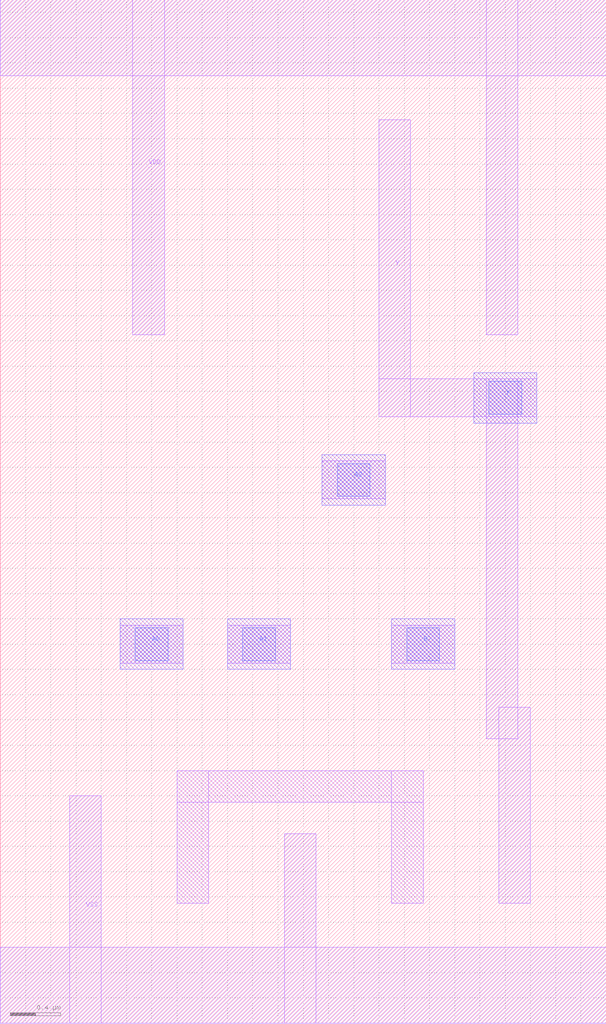
<source format=lef>
# Copyright 2022 Google LLC
# Licensed under the Apache License, Version 2.0 (the "License");
# you may not use this file except in compliance with the License.
# You may obtain a copy of the License at
#
#      http://www.apache.org/licenses/LICENSE-2.0
#
# Unless required by applicable law or agreed to in writing, software
# distributed under the License is distributed on an "AS IS" BASIS,
# WITHOUT WARRANTIES OR CONDITIONS OF ANY KIND, either express or implied.
# See the License for the specific language governing permissions and
# limitations under the License.
VERSION 5.7 ;
BUSBITCHARS "[]" ;
DIVIDERCHAR "/" ;

MACRO gf180mcu_osu_sc_12T_oai31_1
  CLASS CORE ;
  ORIGIN 0 0 ;
  FOREIGN gf180mcu_osu_sc_12T_oai31_1 0 0 ;
  SIZE 4.8 BY 8.1 ;
  SYMMETRY X Y ;
  SITE GF180_3p3_12t ;
  PIN VDD
    DIRECTION INOUT ;
    USE POWER ;
    SHAPE ABUTMENT ;
    PORT
      LAYER MET1 ;
        RECT 0 7.5 4.8 8.1 ;
        RECT 3.85 5.45 4.1 8.1 ;
        RECT 1.05 5.45 1.3 8.1 ;
    END
  END VDD
  PIN VSS
    DIRECTION INOUT ;
    USE GROUND ;
    PORT
      LAYER MET1 ;
        RECT 0 0 4.8 0.6 ;
        RECT 2.25 0 2.5 1.5 ;
        RECT 0.55 0 0.8 1.8 ;
    END
  END VSS
  PIN A0
    DIRECTION INPUT ;
    USE SIGNAL ;
    PORT
      LAYER MET1 ;
        RECT 0.95 2.85 1.45 3.15 ;
      LAYER MET2 ;
        RECT 0.95 2.8 1.45 3.2 ;
      LAYER VIA12 ;
        RECT 1.07 2.87 1.33 3.13 ;
    END
  END A0
  PIN A1
    DIRECTION INPUT ;
    USE SIGNAL ;
    PORT
      LAYER MET1 ;
        RECT 1.8 2.85 2.3 3.15 ;
      LAYER MET2 ;
        RECT 1.8 2.8 2.3 3.2 ;
      LAYER VIA12 ;
        RECT 1.92 2.87 2.18 3.13 ;
    END
  END A1
  PIN A2
    DIRECTION INPUT ;
    USE SIGNAL ;
    PORT
      LAYER MET1 ;
        RECT 2.55 4.15 3.05 4.45 ;
      LAYER MET2 ;
        RECT 2.55 4.1 3.05 4.5 ;
      LAYER VIA12 ;
        RECT 2.67 4.17 2.93 4.43 ;
    END
  END A2
  PIN B
    DIRECTION INPUT ;
    USE SIGNAL ;
    PORT
      LAYER MET1 ;
        RECT 3.1 2.85 3.6 3.15 ;
      LAYER MET2 ;
        RECT 3.1 2.8 3.6 3.2 ;
      LAYER VIA12 ;
        RECT 3.22 2.87 3.48 3.13 ;
    END
  END B
  PIN Y
    DIRECTION OUTPUT ;
    USE SIGNAL ;
    PORT
      LAYER MET1 ;
        RECT 3 4.8 4.25 5.1 ;
        RECT 3.95 0.95 4.2 2.5 ;
        RECT 3.85 2.25 4.1 5.1 ;
        RECT 3 4.8 3.25 7.15 ;
      LAYER MET2 ;
        RECT 3.75 4.75 4.25 5.15 ;
      LAYER VIA12 ;
        RECT 3.87 4.82 4.13 5.08 ;
    END
  END Y
  OBS
    LAYER MET1 ;
      RECT 1.4 1.75 3.35 2 ;
      RECT 3.1 0.95 3.35 2 ;
      RECT 1.4 0.95 1.65 2 ;
  END
END gf180mcu_osu_sc_12T_oai31_1

</source>
